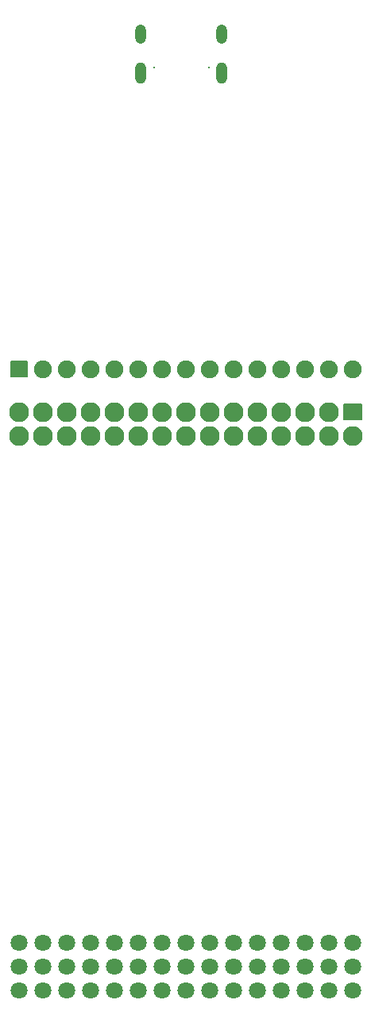
<source format=gbr>
%TF.GenerationSoftware,KiCad,Pcbnew,9.0.6*%
%TF.CreationDate,2025-12-04T14:52:28+01:00*%
%TF.ProjectId,ExtensionBoardBasic,45787465-6e73-4696-9f6e-426f61726442,rev?*%
%TF.SameCoordinates,Original*%
%TF.FileFunction,Soldermask,Bot*%
%TF.FilePolarity,Negative*%
%FSLAX46Y46*%
G04 Gerber Fmt 4.6, Leading zero omitted, Abs format (unit mm)*
G04 Created by KiCad (PCBNEW 9.0.6) date 2025-12-04 14:52:28*
%MOMM*%
%LPD*%
G01*
G04 APERTURE LIST*
G04 Aperture macros list*
%AMRoundRect*
0 Rectangle with rounded corners*
0 $1 Rounding radius*
0 $2 $3 $4 $5 $6 $7 $8 $9 X,Y pos of 4 corners*
0 Add a 4 corners polygon primitive as box body*
4,1,4,$2,$3,$4,$5,$6,$7,$8,$9,$2,$3,0*
0 Add four circle primitives for the rounded corners*
1,1,$1+$1,$2,$3*
1,1,$1+$1,$4,$5*
1,1,$1+$1,$6,$7*
1,1,$1+$1,$8,$9*
0 Add four rect primitives between the rounded corners*
20,1,$1+$1,$2,$3,$4,$5,0*
20,1,$1+$1,$4,$5,$6,$7,0*
20,1,$1+$1,$6,$7,$8,$9,0*
20,1,$1+$1,$8,$9,$2,$3,0*%
G04 Aperture macros list end*
%ADD10C,1.803200*%
%ADD11RoundRect,0.101600X0.950000X0.787400X-0.950000X0.787400X-0.950000X-0.787400X0.950000X-0.787400X0*%
%ADD12C,2.103200*%
%ADD13RoundRect,0.101600X-0.850000X-0.787400X0.850000X-0.787400X0.850000X0.787400X-0.850000X0.787400X0*%
%ADD14C,1.903200*%
%ADD15C,0.203200*%
%ADD16O,1.203200X2.303200*%
%ADD17O,1.203200X2.053200*%
G04 APERTURE END LIST*
D10*
%TO.C,J3*%
X166022610Y-149217584D03*
X163482610Y-149217584D03*
X160942610Y-149217584D03*
X158402610Y-149217584D03*
X155862610Y-149217584D03*
X153322610Y-149217584D03*
X150782610Y-149217584D03*
X148242610Y-149217584D03*
X145702610Y-149217584D03*
X143162610Y-149217584D03*
X140622610Y-149217584D03*
X138082600Y-149217584D03*
X135542600Y-149217584D03*
X133002600Y-149217584D03*
X130462600Y-149217584D03*
X166022610Y-151757584D03*
X163482610Y-151757584D03*
X160942610Y-151757584D03*
X158402610Y-151757584D03*
X155862610Y-151757584D03*
X153322610Y-151757584D03*
X150782610Y-151757584D03*
X148242610Y-151757584D03*
X145702610Y-151757584D03*
X143162610Y-151757584D03*
X140622610Y-151757584D03*
X138082600Y-151757584D03*
X135542600Y-151757584D03*
X133002600Y-151757584D03*
X130462600Y-151757584D03*
X166022610Y-154297584D03*
X163482610Y-154297584D03*
X160942610Y-154297584D03*
X158402610Y-154297584D03*
X155862610Y-154297584D03*
X153322610Y-154297584D03*
X150782610Y-154297584D03*
X148242610Y-154297584D03*
X145702580Y-154297584D03*
X143162580Y-154297584D03*
X140622610Y-154297584D03*
X138082600Y-154297584D03*
X135542600Y-154297584D03*
X133002600Y-154297584D03*
X130462600Y-154297584D03*
%TD*%
D11*
%TO.C,J2*%
X166022580Y-92651584D03*
D12*
X166022580Y-95191584D03*
X163482580Y-92651584D03*
X163482580Y-95191584D03*
X160942580Y-92651584D03*
X160942580Y-95191584D03*
X158402580Y-92651584D03*
X158402580Y-95191584D03*
X155862580Y-92651584D03*
X155862580Y-95191584D03*
X153322580Y-92651584D03*
X153322580Y-95191584D03*
X150782580Y-92651584D03*
X150782580Y-95191584D03*
X148242580Y-92651584D03*
X148242580Y-95191584D03*
X145702580Y-92651584D03*
X145702580Y-95191584D03*
X143162580Y-92651584D03*
X143162580Y-95191584D03*
X140622580Y-92651584D03*
X140622580Y-95191584D03*
X138082580Y-92651584D03*
X138082580Y-95191584D03*
X135542580Y-92651584D03*
X135542580Y-95191584D03*
X133002580Y-92651584D03*
X133002580Y-95191584D03*
X130462580Y-92651584D03*
X130462580Y-95191584D03*
%TD*%
D13*
%TO.C,J1*%
X130462580Y-88079584D03*
D14*
X133002580Y-88079584D03*
X135542580Y-88079584D03*
X138082580Y-88079584D03*
X140622580Y-88079584D03*
X143162580Y-88079584D03*
X145702580Y-88079584D03*
X148242580Y-88079584D03*
X150782580Y-88079584D03*
X153322580Y-88079584D03*
X155862580Y-88079584D03*
X158402580Y-88079584D03*
X160942580Y-88079584D03*
X163482580Y-88079584D03*
X166022580Y-88079584D03*
%TD*%
D15*
%TO.C,USB1*%
X144917610Y-55976574D03*
D16*
X152127610Y-56526584D03*
X143487590Y-56526584D03*
D17*
X152127610Y-52376574D03*
X143487590Y-52376574D03*
D15*
X150697590Y-55976574D03*
%TD*%
M02*

</source>
